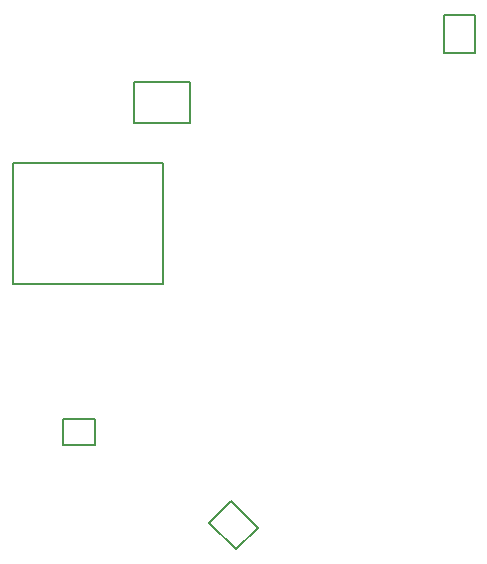
<source format=gm1>
G04*
G04 #@! TF.GenerationSoftware,Altium Limited,Altium Designer,23.5.1 (21)*
G04*
G04 Layer_Color=16711935*
%FSLAX43Y43*%
%MOMM*%
G71*
G04*
G04 #@! TF.SameCoordinates,3CC85EA5-9251-4F65-83BD-490A156F9735*
G04*
G04*
G04 #@! TF.FilePolarity,Positive*
G04*
G01*
G75*
%ADD11C,0.200*%
D11*
X37889Y60702D02*
Y63902D01*
X40489Y60702D02*
Y63902D01*
X37889Y60702D02*
X40489D01*
X37889Y63902D02*
X40489D01*
X18009Y20901D02*
X20272Y18638D01*
X19847Y22740D02*
X22110Y20477D01*
X20272Y18638D02*
X22110Y20477D01*
X18009Y20901D02*
X19847Y22740D01*
X5650Y27438D02*
X8350D01*
X5650Y29662D02*
X8350D01*
Y27438D02*
Y29662D01*
X5650Y27438D02*
Y29662D01*
X11675Y54775D02*
X16375D01*
X11675Y58175D02*
X16375D01*
Y54775D02*
Y58175D01*
X11675Y54775D02*
Y58175D01*
X1380Y51340D02*
X14080D01*
X1380Y41140D02*
X14080D01*
Y51340D01*
X1380Y41140D02*
Y51340D01*
M02*

</source>
